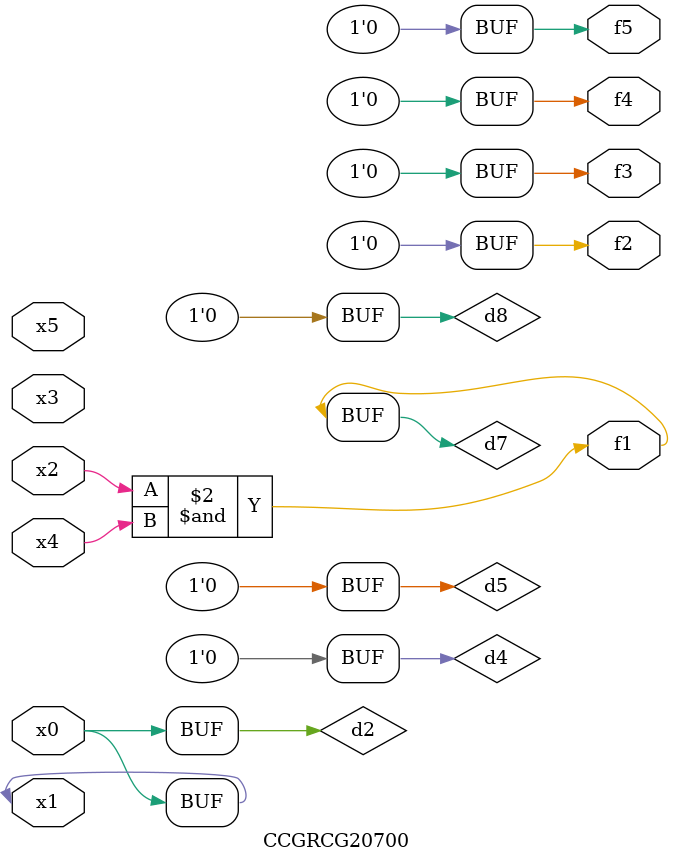
<source format=v>
module CCGRCG20700(
	input x0, x1, x2, x3, x4, x5,
	output f1, f2, f3, f4, f5
);

	wire d1, d2, d3, d4, d5, d6, d7, d8, d9;

	nand (d1, x1);
	buf (d2, x0, x1);
	nand (d3, x2, x4);
	and (d4, d1, d2);
	and (d5, d1, d2);
	nand (d6, d1, d3);
	not (d7, d3);
	xor (d8, d5);
	nor (d9, d5, d6);
	assign f1 = d7;
	assign f2 = d8;
	assign f3 = d8;
	assign f4 = d8;
	assign f5 = d8;
endmodule

</source>
